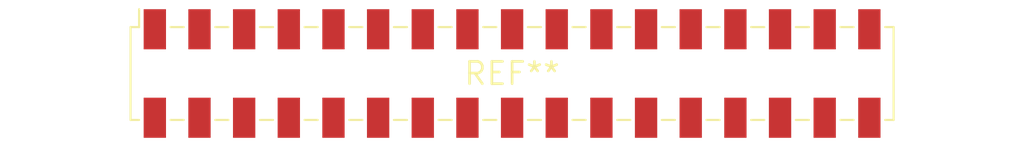
<source format=kicad_pcb>
(kicad_pcb (version 20240108) (generator pcbnew)
  (layers (0 "F.Cu" signal) (31 "B.Cu" signal) (34 "B.Paste" user) (35 "F.Paste" user) (36 "B.SilkS" user "B.Silkscreen") (37 "F.SilkS" user "F.Silkscreen") (38 "B.Mask" user) (39 "F.Mask" user) (44 "Edge.Cuts" user))
  (net 0 "")
  (footprint "Samtec_HLE-117-02-xxx-DV-A_2x17_P2.54mm_Horizontal" (layer "F.Cu") (at 0 0)
    (property "Reference" "REF**")
    (property "Value" "Samtec_HLE-117-02-xxx-DV-A_2x17_P2.54mm_Horizontal")
    (fp_line (start -21.7 -2.65) (end -21.7 2.65) (layer "F.SilkS") (stroke (width 0.12)))
    (fp_line (start -21.7 2.65) (end -21.215 2.65) (layer "F.SilkS") (stroke (width 0.12)))
    (fp_line (start -21.215 -3.67) (end -21.215 -2.65) (layer "F.SilkS") (stroke (width 0.12)))
    (fp_line (start -21.215 -2.65) (end -21.7 -2.65) (layer "F.SilkS") (stroke (width 0.12)))
    (fp_line (start -19.425 -2.65) (end -18.675 -2.65) (layer "F.SilkS") (stroke (width 0.12)))
    (fp_line (start -19.425 2.65) (end -18.675 2.65) (layer "F.SilkS") (stroke (width 0.12)))
    (fp_line (start -16.885 -2.65) (end -16.135 -2.65) (layer "F.SilkS") (stroke (width 0.12)))
    (fp_line (start -16.885 2.65) (end -16.135 2.65) (layer "F.SilkS") (stroke (width 0.12)))
    (fp_line (start -14.345 -2.65) (end -13.595 -2.65) (layer "F.SilkS") (stroke (width 0.12)))
    (fp_line (start -14.345 2.65) (end -13.595 2.65) (layer "F.SilkS") (stroke (width 0.12)))
    (fp_line (start -11.805 -2.65) (end -11.055 -2.65) (layer "F.SilkS") (stroke (width 0.12)))
    (fp_line (start -11.805 2.65) (end -11.055 2.65) (layer "F.SilkS") (stroke (width 0.12)))
    (fp_line (start -9.265 -2.65) (end -8.515 -2.65) (layer "F.SilkS") (stroke (width 0.12)))
    (fp_line (start -9.265 2.65) (end -8.515 2.65) (layer "F.SilkS") (stroke (width 0.12)))
    (fp_line (start -6.725 -2.65) (end -5.975 -2.65) (layer "F.SilkS") (stroke (width 0.12)))
    (fp_line (start -6.725 2.65) (end -5.975 2.65) (layer "F.SilkS") (stroke (width 0.12)))
    (fp_line (start -4.185 -2.65) (end -3.435 -2.65) (layer "F.SilkS") (stroke (width 0.12)))
    (fp_line (start -4.185 2.65) (end -3.435 2.65) (layer "F.SilkS") (stroke (width 0.12)))
    (fp_line (start -1.645 -2.65) (end -0.895 -2.65) (layer "F.SilkS") (stroke (width 0.12)))
    (fp_line (start -1.645 2.65) (end -0.895 2.65) (layer "F.SilkS") (stroke (width 0.12)))
    (fp_line (start 0.895 -2.65) (end 1.645 -2.65) (layer "F.SilkS") (stroke (width 0.12)))
    (fp_line (start 0.895 2.65) (end 1.645 2.65) (layer "F.SilkS") (stroke (width 0.12)))
    (fp_line (start 3.435 -2.65) (end 4.185 -2.65) (layer "F.SilkS") (stroke (width 0.12)))
    (fp_line (start 3.435 2.65) (end 4.185 2.65) (layer "F.SilkS") (stroke (width 0.12)))
    (fp_line (start 5.975 -2.65) (end 6.725 -2.65) (layer "F.SilkS") (stroke (width 0.12)))
    (fp_line (start 5.975 2.65) (end 6.725 2.65) (layer "F.SilkS") (stroke (width 0.12)))
    (fp_line (start 8.515 -2.65) (end 9.265 -2.65) (layer "F.SilkS") (stroke (width 0.12)))
    (fp_line (start 8.515 2.65) (end 9.265 2.65) (layer "F.SilkS") (stroke (width 0.12)))
    (fp_line (start 11.055 -2.65) (end 11.805 -2.65) (layer "F.SilkS") (stroke (width 0.12)))
    (fp_line (start 11.055 2.65) (end 11.805 2.65) (layer "F.SilkS") (stroke (width 0.12)))
    (fp_line (start 13.595 -2.65) (end 14.345 -2.65) (layer "F.SilkS") (stroke (width 0.12)))
    (fp_line (start 13.595 2.65) (end 14.345 2.65) (layer "F.SilkS") (stroke (width 0.12)))
    (fp_line (start 16.135 -2.65) (end 16.885 -2.65) (layer "F.SilkS") (stroke (width 0.12)))
    (fp_line (start 16.135 2.65) (end 16.885 2.65) (layer "F.SilkS") (stroke (width 0.12)))
    (fp_line (start 18.675 -2.65) (end 19.425 -2.65) (layer "F.SilkS") (stroke (width 0.12)))
    (fp_line (start 18.675 2.65) (end 19.425 2.65) (layer "F.SilkS") (stroke (width 0.12)))
    (fp_line (start 21.215 -2.65) (end 21.7 -2.65) (layer "F.SilkS") (stroke (width 0.12)))
    (fp_line (start 21.7 -2.65) (end 21.7 2.65) (layer "F.SilkS") (stroke (width 0.12)))
    (fp_line (start 21.7 2.65) (end 21.215 2.65) (layer "F.SilkS") (stroke (width 0.12)))
    (pad "" np_thru_hole circle (at -19.05 0) (size 1.78 1.78) (drill 1.78) (layers *.Cu *.Mask))
    (pad "" np_thru_hole circle (at 19.05 0) (size 1.78 1.78) (drill 1.78) (layers *.Cu *.Mask))
    (pad "1" smd rect (at -20.32 -2.525) (size 1.27 2.29) (layers "F.Cu" "F.Paste" "F.Mask"))
    (pad "2" smd rect (at -20.32 2.525) (size 1.27 2.29) (layers "F.Cu" "F.Paste" "F.Mask"))
    (pad "3" smd rect (at -17.78 -2.525) (size 1.27 2.29) (layers "F.Cu" "F.Paste" "F.Mask"))
    (pad "4" smd rect (at -17.78 2.525) (size 1.27 2.29) (layers "F.Cu" "F.Paste" "F.Mask"))
    (pad "5" smd rect (at -15.24 -2.525) (size 1.27 2.29) (layers "F.Cu" "F.Paste" "F.Mask"))
    (pad "6" smd rect (at -15.24 2.525) (size 1.27 2.29) (layers "F.Cu" "F.Paste" "F.Mask"))
    (pad "7" smd rect (at -12.7 -2.525) (size 1.27 2.29) (layers "F.Cu" "F.Paste" "F.Mask"))
    (pad "8" smd rect (at -12.7 2.525) (size 1.27 2.29) (layers "F.Cu" "F.Paste" "F.Mask"))
    (pad "9" smd rect (at -10.16 -2.525) (size 1.27 2.29) (layers "F.Cu" "F.Paste" "F.Mask"))
    (pad "10" smd rect (at -10.16 2.525) (size 1.27 2.29) (layers "F.Cu" "F.Paste" "F.Mask"))
    (pad "11" smd rect (at -7.62 -2.525) (size 1.27 2.29) (layers "F.Cu" "F.Paste" "F.Mask"))
    (pad "12" smd rect (at -7.62 2.525) (size 1.27 2.29) (layers "F.Cu" "F.Paste" "F.Mask"))
    (pad "13" smd rect (at -5.08 -2.525) (size 1.27 2.29) (layers "F.Cu" "F.Paste" "F.Mask"))
    (pad "14" smd rect (at -5.08 2.525) (size 1.27 2.29) (layers "F.Cu" "F.Paste" "F.Mask"))
    (pad "15" smd rect (at -2.54 -2.525) (size 1.27 2.29) (layers "F.Cu" "F.Paste" "F.Mask"))
    (pad "16" smd rect (at -2.54 2.525) (size 1.27 2.29) (layers "F.Cu" "F.Paste" "F.Mask"))
    (pad "17" smd rect (at 0 -2.525) (size 1.27 2.29) (layers "F.Cu" "F.Paste" "F.Mask"))
    (pad "18" smd rect (at 0 2.525) (size 1.27 2.29) (layers "F.Cu" "F.Paste" "F.Mask"))
    (pad "19" smd rect (at 2.54 -2.525) (size 1.27 2.29) (layers "F.Cu" "F.Paste" "F.Mask"))
    (pad "20" smd rect (at 2.54 2.525) (size 1.27 2.29) (layers "F.Cu" "F.Paste" "F.Mask"))
    (pad "21" smd rect (at 5.08 -2.525) (size 1.27 2.29) (layers "F.Cu" "F.Paste" "F.Mask"))
    (pad "22" smd rect (at 5.08 2.525) (size 1.27 2.29) (layers "F.Cu" "F.Paste" "F.Mask"))
    (pad "23" smd rect (at 7.62 -2.525) (size 1.27 2.29) (layers "F.Cu" "F.Paste" "F.Mask"))
    (pad "24" smd rect (at 7.62 2.525) (size 1.27 2.29) (layers "F.Cu" "F.Paste" "F.Mask"))
    (pad "25" smd rect (at 10.16 -2.525) (size 1.27 2.29) (layers "F.Cu" "F.Paste" "F.Mask"))
    (pad "26" smd rect (at 10.16 2.525) (size 1.27 2.29) (layers "F.Cu" "F.Paste" "F.Mask"))
    (pad "27" smd rect (at 12.7 -2.525) (size 1.27 2.29) (layers "F.Cu" "F.Paste" "F.Mask"))
    (pad "28" smd rect (at 12.7 2.525) (size 1.27 2.29) (layers "F.Cu" "F.Paste" "F.Mask"))
    (pad "29" smd rect (at 15.24 -2.525) (size 1.27 2.29) (layers "F.Cu" "F.Paste" "F.Mask"))
    (pad "30" smd rect (at 15.24 2.525) (size 1.27 2.29) (layers "F.Cu" "F.Paste" "F.Mask"))
    (pad "31" smd rect (at 17.78 -2.525) (size 1.27 2.29) (layers "F.Cu" "F.Paste" "F.Mask"))
    (pad "32" smd rect (at 17.78 2.525) (size 1.27 2.29) (layers "F.Cu" "F.Paste" "F.Mask"))
    (pad "33" smd rect (at 20.32 -2.525) (size 1.27 2.29) (layers "F.Cu" "F.Paste" "F.Mask"))
    (pad "34" smd rect (at 20.32 2.525) (size 1.27 2.29) (layers "F.Cu" "F.Paste" "F.Mask"))
  )
)
</source>
